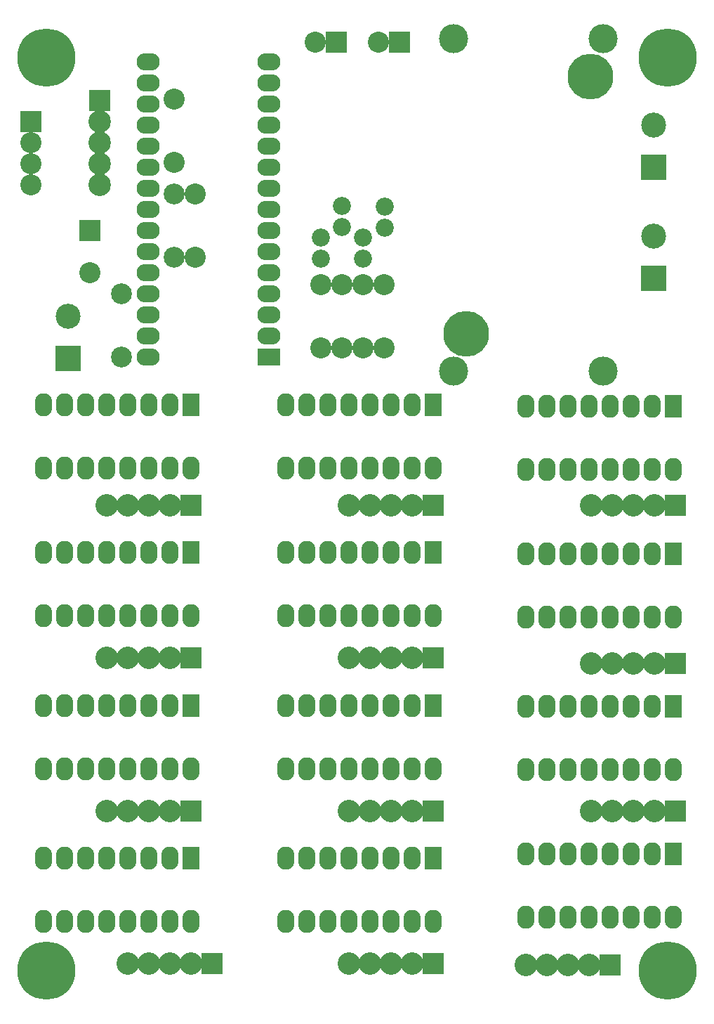
<source format=gbs>
G04 #@! TF.FileFunction,Soldermask,Bot*
%FSLAX46Y46*%
G04 Gerber Fmt 4.6, Leading zero omitted, Abs format (unit mm)*
G04 Created by KiCad (PCBNEW (2015-07-09 BZR 5913, Git 33e1797)-product) date 12/08/2015 14:46:09*
%MOMM*%
G01*
G04 APERTURE LIST*
%ADD10C,0.150000*%
%ADD11C,7.007860*%
%ADD12R,2.540000X2.540000*%
%ADD13C,2.540000*%
%ADD14C,2.184400*%
%ADD15C,3.508000*%
%ADD16C,5.508000*%
%ADD17R,2.794000X2.082800*%
%ADD18O,2.794000X2.082800*%
%ADD19R,3.007360X3.007360*%
%ADD20C,3.007360*%
%ADD21R,2.608580X2.608580*%
%ADD22C,2.707640*%
%ADD23C,2.506980*%
%ADD24R,2.082800X2.794000*%
%ADD25O,2.082800X2.794000*%
G04 APERTURE END LIST*
D10*
D11*
X73205000Y46105000D03*
X148205000Y46105000D03*
X148205000Y-63895000D03*
X73205000Y-63895000D03*
D12*
X78520000Y25230000D03*
D13*
X78520000Y20150000D03*
D14*
X106305000Y24435000D03*
X106305000Y21895000D03*
X108845000Y28245000D03*
X108845000Y25705000D03*
X111385000Y24435000D03*
X111385000Y21895000D03*
X114052000Y28118000D03*
X114052000Y25578000D03*
D15*
X122365000Y48335000D03*
X140365000Y48335000D03*
X140365000Y8335000D03*
X122365000Y8335000D03*
D16*
X138865000Y43835000D03*
X123865000Y12835000D03*
D17*
X100110000Y9990000D03*
D18*
X100110000Y12530000D03*
X100110000Y15070000D03*
X100110000Y17610000D03*
X100110000Y20150000D03*
X100110000Y22690000D03*
X100110000Y25230000D03*
X100110000Y27770000D03*
X100110000Y30310000D03*
X100110000Y32850000D03*
X100110000Y35390000D03*
X100110000Y37930000D03*
X100110000Y40470000D03*
X100110000Y43010000D03*
X100110000Y45550000D03*
X85505000Y45550000D03*
X85505000Y43010000D03*
X85505000Y40470000D03*
X85505000Y37930000D03*
X85505000Y35390000D03*
X85505000Y32850000D03*
X85505000Y30310000D03*
X85505000Y27770000D03*
X85505000Y25230000D03*
X85505000Y22690000D03*
X85505000Y20150000D03*
X85505000Y17610000D03*
X85505000Y15070000D03*
X85505000Y12530000D03*
X85505000Y9990000D03*
D19*
X75825000Y9830000D03*
D20*
X75825000Y14910000D03*
D19*
X146465000Y32850000D03*
D20*
X146465000Y37930000D03*
D12*
X71380000Y38405000D03*
D13*
X71380000Y35865000D03*
X71380000Y33325000D03*
X71380000Y30785000D03*
D21*
X79635000Y40945000D03*
D22*
X79635000Y38405000D03*
X79635000Y35865000D03*
X79635000Y33325000D03*
X79635000Y30785000D03*
D21*
X149104000Y-7823000D03*
D22*
X146564000Y-7823000D03*
X144024000Y-7823000D03*
X141484000Y-7823000D03*
X138944000Y-7823000D03*
D21*
X149104000Y-26873000D03*
D22*
X146564000Y-26873000D03*
X144024000Y-26873000D03*
X141484000Y-26873000D03*
X138944000Y-26873000D03*
D21*
X149104000Y-44653000D03*
D22*
X146564000Y-44653000D03*
X144024000Y-44653000D03*
X141484000Y-44653000D03*
X138944000Y-44653000D03*
D21*
X141230000Y-63195000D03*
D22*
X138690000Y-63195000D03*
X136150000Y-63195000D03*
X133610000Y-63195000D03*
X131070000Y-63195000D03*
D21*
X119894000Y-7823000D03*
D22*
X117354000Y-7823000D03*
X114814000Y-7823000D03*
X112274000Y-7823000D03*
X109734000Y-7823000D03*
D21*
X119894000Y-26238000D03*
D22*
X117354000Y-26238000D03*
X114814000Y-26238000D03*
X112274000Y-26238000D03*
X109734000Y-26238000D03*
D21*
X119894000Y-44653000D03*
D22*
X117354000Y-44653000D03*
X114814000Y-44653000D03*
X112274000Y-44653000D03*
X109734000Y-44653000D03*
D21*
X119894000Y-63068000D03*
D22*
X117354000Y-63068000D03*
X114814000Y-63068000D03*
X112274000Y-63068000D03*
X109734000Y-63068000D03*
D21*
X90684000Y-7823000D03*
D22*
X88144000Y-7823000D03*
X85604000Y-7823000D03*
X83064000Y-7823000D03*
X80524000Y-7823000D03*
D21*
X90684000Y-26238000D03*
D22*
X88144000Y-26238000D03*
X85604000Y-26238000D03*
X83064000Y-26238000D03*
X80524000Y-26238000D03*
D21*
X90684000Y-44653000D03*
D22*
X88144000Y-44653000D03*
X85604000Y-44653000D03*
X83064000Y-44653000D03*
X80524000Y-44653000D03*
D21*
X93224000Y-63068000D03*
D22*
X90684000Y-63068000D03*
X88144000Y-63068000D03*
X85604000Y-63068000D03*
X83064000Y-63068000D03*
D19*
X146465000Y19515000D03*
D20*
X146465000Y24595000D03*
D13*
X106305000Y18720000D03*
X106305000Y11100000D03*
X108845000Y18720000D03*
X108845000Y11100000D03*
X111385000Y18720000D03*
X111385000Y11100000D03*
X113925000Y18720000D03*
X113925000Y11100000D03*
D23*
X82330000Y17610000D03*
X82330000Y9990000D03*
D24*
X148850000Y4115000D03*
D25*
X146310000Y4115000D03*
X143770000Y4115000D03*
X141230000Y4115000D03*
X138690000Y4115000D03*
X136150000Y4115000D03*
X133610000Y4115000D03*
X131070000Y4115000D03*
X131070000Y-3505000D03*
X133610000Y-3505000D03*
X136150000Y-3505000D03*
X138690000Y-3505000D03*
X141230000Y-3505000D03*
X143770000Y-3505000D03*
X146310000Y-3505000D03*
X148850000Y-3505000D03*
D24*
X148850000Y-13665000D03*
D25*
X146310000Y-13665000D03*
X143770000Y-13665000D03*
X141230000Y-13665000D03*
X138690000Y-13665000D03*
X136150000Y-13665000D03*
X133610000Y-13665000D03*
X131070000Y-13665000D03*
X131070000Y-21285000D03*
X133610000Y-21285000D03*
X136150000Y-21285000D03*
X138690000Y-21285000D03*
X141230000Y-21285000D03*
X143770000Y-21285000D03*
X146310000Y-21285000D03*
X148850000Y-21285000D03*
D24*
X148850000Y-32080000D03*
D25*
X146310000Y-32080000D03*
X143770000Y-32080000D03*
X141230000Y-32080000D03*
X138690000Y-32080000D03*
X136150000Y-32080000D03*
X133610000Y-32080000D03*
X131070000Y-32080000D03*
X131070000Y-39700000D03*
X133610000Y-39700000D03*
X136150000Y-39700000D03*
X138690000Y-39700000D03*
X141230000Y-39700000D03*
X143770000Y-39700000D03*
X146310000Y-39700000D03*
X148850000Y-39700000D03*
D24*
X148850000Y-49860000D03*
D25*
X146310000Y-49860000D03*
X143770000Y-49860000D03*
X141230000Y-49860000D03*
X138690000Y-49860000D03*
X136150000Y-49860000D03*
X133610000Y-49860000D03*
X131070000Y-49860000D03*
X131070000Y-57480000D03*
X133610000Y-57480000D03*
X136150000Y-57480000D03*
X138690000Y-57480000D03*
X141230000Y-57480000D03*
X143770000Y-57480000D03*
X146310000Y-57480000D03*
X148850000Y-57480000D03*
D24*
X119894000Y4242000D03*
D25*
X117354000Y4242000D03*
X114814000Y4242000D03*
X112274000Y4242000D03*
X109734000Y4242000D03*
X107194000Y4242000D03*
X104654000Y4242000D03*
X102114000Y4242000D03*
X102114000Y-3378000D03*
X104654000Y-3378000D03*
X107194000Y-3378000D03*
X109734000Y-3378000D03*
X112274000Y-3378000D03*
X114814000Y-3378000D03*
X117354000Y-3378000D03*
X119894000Y-3378000D03*
D24*
X119894000Y-13538000D03*
D25*
X117354000Y-13538000D03*
X114814000Y-13538000D03*
X112274000Y-13538000D03*
X109734000Y-13538000D03*
X107194000Y-13538000D03*
X104654000Y-13538000D03*
X102114000Y-13538000D03*
X102114000Y-21158000D03*
X104654000Y-21158000D03*
X107194000Y-21158000D03*
X109734000Y-21158000D03*
X112274000Y-21158000D03*
X114814000Y-21158000D03*
X117354000Y-21158000D03*
X119894000Y-21158000D03*
D24*
X119894000Y-31953000D03*
D25*
X117354000Y-31953000D03*
X114814000Y-31953000D03*
X112274000Y-31953000D03*
X109734000Y-31953000D03*
X107194000Y-31953000D03*
X104654000Y-31953000D03*
X102114000Y-31953000D03*
X102114000Y-39573000D03*
X104654000Y-39573000D03*
X107194000Y-39573000D03*
X109734000Y-39573000D03*
X112274000Y-39573000D03*
X114814000Y-39573000D03*
X117354000Y-39573000D03*
X119894000Y-39573000D03*
D24*
X119894000Y-50368000D03*
D25*
X117354000Y-50368000D03*
X114814000Y-50368000D03*
X112274000Y-50368000D03*
X109734000Y-50368000D03*
X107194000Y-50368000D03*
X104654000Y-50368000D03*
X102114000Y-50368000D03*
X102114000Y-57988000D03*
X104654000Y-57988000D03*
X107194000Y-57988000D03*
X109734000Y-57988000D03*
X112274000Y-57988000D03*
X114814000Y-57988000D03*
X117354000Y-57988000D03*
X119894000Y-57988000D03*
D24*
X90684000Y4242000D03*
D25*
X88144000Y4242000D03*
X85604000Y4242000D03*
X83064000Y4242000D03*
X80524000Y4242000D03*
X77984000Y4242000D03*
X75444000Y4242000D03*
X72904000Y4242000D03*
X72904000Y-3378000D03*
X75444000Y-3378000D03*
X77984000Y-3378000D03*
X80524000Y-3378000D03*
X83064000Y-3378000D03*
X85604000Y-3378000D03*
X88144000Y-3378000D03*
X90684000Y-3378000D03*
D24*
X90684000Y-13538000D03*
D25*
X88144000Y-13538000D03*
X85604000Y-13538000D03*
X83064000Y-13538000D03*
X80524000Y-13538000D03*
X77984000Y-13538000D03*
X75444000Y-13538000D03*
X72904000Y-13538000D03*
X72904000Y-21158000D03*
X75444000Y-21158000D03*
X77984000Y-21158000D03*
X80524000Y-21158000D03*
X83064000Y-21158000D03*
X85604000Y-21158000D03*
X88144000Y-21158000D03*
X90684000Y-21158000D03*
D24*
X90684000Y-31953000D03*
D25*
X88144000Y-31953000D03*
X85604000Y-31953000D03*
X83064000Y-31953000D03*
X80524000Y-31953000D03*
X77984000Y-31953000D03*
X75444000Y-31953000D03*
X72904000Y-31953000D03*
X72904000Y-39573000D03*
X75444000Y-39573000D03*
X77984000Y-39573000D03*
X80524000Y-39573000D03*
X83064000Y-39573000D03*
X85604000Y-39573000D03*
X88144000Y-39573000D03*
X90684000Y-39573000D03*
D24*
X90684000Y-50368000D03*
D25*
X88144000Y-50368000D03*
X85604000Y-50368000D03*
X83064000Y-50368000D03*
X80524000Y-50368000D03*
X77984000Y-50368000D03*
X75444000Y-50368000D03*
X72904000Y-50368000D03*
X72904000Y-57988000D03*
X75444000Y-57988000D03*
X77984000Y-57988000D03*
X80524000Y-57988000D03*
X83064000Y-57988000D03*
X85604000Y-57988000D03*
X88144000Y-57988000D03*
X90684000Y-57988000D03*
D12*
X115830000Y47930000D03*
D13*
X113290000Y47930000D03*
D12*
X108210000Y47930000D03*
D13*
X105670000Y47930000D03*
X88680000Y41105000D03*
X88680000Y33485000D03*
X91220000Y29675000D03*
X91220000Y22055000D03*
D23*
X88680000Y22055000D03*
X88680000Y29675000D03*
M02*

</source>
